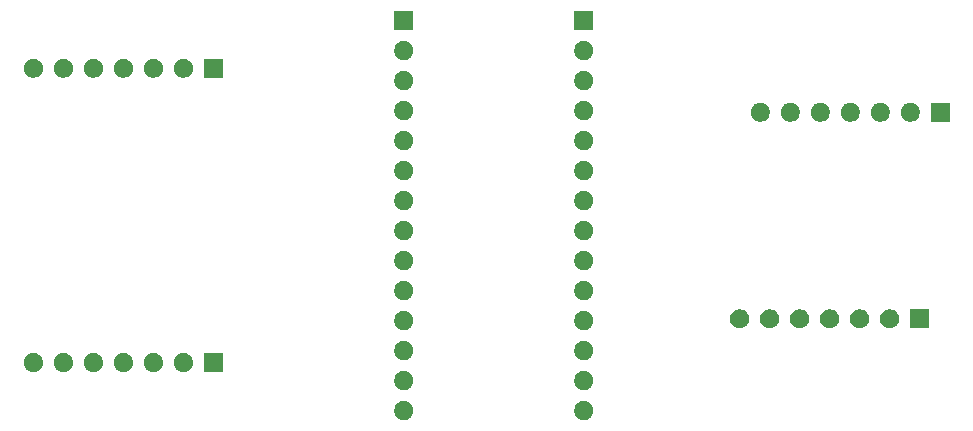
<source format=gbr>
G04 #@! TF.GenerationSoftware,KiCad,Pcbnew,5.1.4+dfsg1-1*
G04 #@! TF.CreationDate,2020-01-05T16:23:31-08:00*
G04 #@! TF.ProjectId,distance_meter_hardware,64697374-616e-4636-955f-6d657465725f,rev?*
G04 #@! TF.SameCoordinates,Original*
G04 #@! TF.FileFunction,Soldermask,Top*
G04 #@! TF.FilePolarity,Negative*
%FSLAX46Y46*%
G04 Gerber Fmt 4.6, Leading zero omitted, Abs format (unit mm)*
G04 Created by KiCad (PCBNEW 5.1.4+dfsg1-1) date 2020-01-05 16:23:31*
%MOMM*%
%LPD*%
G04 APERTURE LIST*
%ADD10C,0.100000*%
G04 APERTURE END LIST*
D10*
G36*
X116946560Y-84500166D02*
G01*
X117094153Y-84561301D01*
X117226982Y-84650055D01*
X117339945Y-84763018D01*
X117428699Y-84895847D01*
X117489834Y-85043440D01*
X117521000Y-85200123D01*
X117521000Y-85359877D01*
X117489834Y-85516560D01*
X117428699Y-85664153D01*
X117339945Y-85796982D01*
X117226982Y-85909945D01*
X117094153Y-85998699D01*
X117094152Y-85998700D01*
X117094151Y-85998700D01*
X116946560Y-86059834D01*
X116789878Y-86091000D01*
X116630122Y-86091000D01*
X116473440Y-86059834D01*
X116325849Y-85998700D01*
X116325848Y-85998700D01*
X116325847Y-85998699D01*
X116193018Y-85909945D01*
X116080055Y-85796982D01*
X115991301Y-85664153D01*
X115930166Y-85516560D01*
X115899000Y-85359877D01*
X115899000Y-85200123D01*
X115930166Y-85043440D01*
X115991301Y-84895847D01*
X116080055Y-84763018D01*
X116193018Y-84650055D01*
X116325847Y-84561301D01*
X116473440Y-84500166D01*
X116630122Y-84469000D01*
X116789878Y-84469000D01*
X116946560Y-84500166D01*
X116946560Y-84500166D01*
G37*
G36*
X101706560Y-84500166D02*
G01*
X101854153Y-84561301D01*
X101986982Y-84650055D01*
X102099945Y-84763018D01*
X102188699Y-84895847D01*
X102249834Y-85043440D01*
X102281000Y-85200123D01*
X102281000Y-85359877D01*
X102249834Y-85516560D01*
X102188699Y-85664153D01*
X102099945Y-85796982D01*
X101986982Y-85909945D01*
X101854153Y-85998699D01*
X101854152Y-85998700D01*
X101854151Y-85998700D01*
X101706560Y-86059834D01*
X101549878Y-86091000D01*
X101390122Y-86091000D01*
X101233440Y-86059834D01*
X101085849Y-85998700D01*
X101085848Y-85998700D01*
X101085847Y-85998699D01*
X100953018Y-85909945D01*
X100840055Y-85796982D01*
X100751301Y-85664153D01*
X100690166Y-85516560D01*
X100659000Y-85359877D01*
X100659000Y-85200123D01*
X100690166Y-85043440D01*
X100751301Y-84895847D01*
X100840055Y-84763018D01*
X100953018Y-84650055D01*
X101085847Y-84561301D01*
X101233440Y-84500166D01*
X101390122Y-84469000D01*
X101549878Y-84469000D01*
X101706560Y-84500166D01*
X101706560Y-84500166D01*
G37*
G36*
X101706560Y-81960166D02*
G01*
X101853427Y-82021000D01*
X101854153Y-82021301D01*
X101986982Y-82110055D01*
X102099945Y-82223018D01*
X102188699Y-82355847D01*
X102249834Y-82503440D01*
X102281000Y-82660123D01*
X102281000Y-82819877D01*
X102249834Y-82976560D01*
X102188699Y-83124153D01*
X102099945Y-83256982D01*
X101986982Y-83369945D01*
X101854153Y-83458699D01*
X101854152Y-83458700D01*
X101854151Y-83458700D01*
X101706560Y-83519834D01*
X101549878Y-83551000D01*
X101390122Y-83551000D01*
X101233440Y-83519834D01*
X101085849Y-83458700D01*
X101085848Y-83458700D01*
X101085847Y-83458699D01*
X100953018Y-83369945D01*
X100840055Y-83256982D01*
X100751301Y-83124153D01*
X100690166Y-82976560D01*
X100659000Y-82819877D01*
X100659000Y-82660123D01*
X100690166Y-82503440D01*
X100751301Y-82355847D01*
X100840055Y-82223018D01*
X100953018Y-82110055D01*
X101085847Y-82021301D01*
X101086574Y-82021000D01*
X101233440Y-81960166D01*
X101390122Y-81929000D01*
X101549878Y-81929000D01*
X101706560Y-81960166D01*
X101706560Y-81960166D01*
G37*
G36*
X116946560Y-81960166D02*
G01*
X117093427Y-82021000D01*
X117094153Y-82021301D01*
X117226982Y-82110055D01*
X117339945Y-82223018D01*
X117428699Y-82355847D01*
X117489834Y-82503440D01*
X117521000Y-82660123D01*
X117521000Y-82819877D01*
X117489834Y-82976560D01*
X117428699Y-83124153D01*
X117339945Y-83256982D01*
X117226982Y-83369945D01*
X117094153Y-83458699D01*
X117094152Y-83458700D01*
X117094151Y-83458700D01*
X116946560Y-83519834D01*
X116789878Y-83551000D01*
X116630122Y-83551000D01*
X116473440Y-83519834D01*
X116325849Y-83458700D01*
X116325848Y-83458700D01*
X116325847Y-83458699D01*
X116193018Y-83369945D01*
X116080055Y-83256982D01*
X115991301Y-83124153D01*
X115930166Y-82976560D01*
X115899000Y-82819877D01*
X115899000Y-82660123D01*
X115930166Y-82503440D01*
X115991301Y-82355847D01*
X116080055Y-82223018D01*
X116193018Y-82110055D01*
X116325847Y-82021301D01*
X116326574Y-82021000D01*
X116473440Y-81960166D01*
X116630122Y-81929000D01*
X116789878Y-81929000D01*
X116946560Y-81960166D01*
X116946560Y-81960166D01*
G37*
G36*
X70346560Y-80430166D02*
G01*
X70361997Y-80436560D01*
X70494153Y-80491301D01*
X70626982Y-80580055D01*
X70739945Y-80693018D01*
X70828700Y-80825849D01*
X70867160Y-80918699D01*
X70889834Y-80973440D01*
X70921000Y-81130123D01*
X70921000Y-81289877D01*
X70889834Y-81446560D01*
X70828699Y-81594153D01*
X70739945Y-81726982D01*
X70626982Y-81839945D01*
X70494153Y-81928699D01*
X70494152Y-81928700D01*
X70494151Y-81928700D01*
X70346560Y-81989834D01*
X70189878Y-82021000D01*
X70030122Y-82021000D01*
X69873440Y-81989834D01*
X69725849Y-81928700D01*
X69725848Y-81928700D01*
X69725847Y-81928699D01*
X69593018Y-81839945D01*
X69480055Y-81726982D01*
X69391301Y-81594153D01*
X69330166Y-81446560D01*
X69299000Y-81289877D01*
X69299000Y-81130123D01*
X69330166Y-80973440D01*
X69352840Y-80918699D01*
X69391300Y-80825849D01*
X69480055Y-80693018D01*
X69593018Y-80580055D01*
X69725847Y-80491301D01*
X69858004Y-80436560D01*
X69873440Y-80430166D01*
X70030122Y-80399000D01*
X70189878Y-80399000D01*
X70346560Y-80430166D01*
X70346560Y-80430166D01*
G37*
G36*
X72886560Y-80430166D02*
G01*
X72901997Y-80436560D01*
X73034153Y-80491301D01*
X73166982Y-80580055D01*
X73279945Y-80693018D01*
X73368700Y-80825849D01*
X73407160Y-80918699D01*
X73429834Y-80973440D01*
X73461000Y-81130123D01*
X73461000Y-81289877D01*
X73429834Y-81446560D01*
X73368699Y-81594153D01*
X73279945Y-81726982D01*
X73166982Y-81839945D01*
X73034153Y-81928699D01*
X73034152Y-81928700D01*
X73034151Y-81928700D01*
X72886560Y-81989834D01*
X72729878Y-82021000D01*
X72570122Y-82021000D01*
X72413440Y-81989834D01*
X72265849Y-81928700D01*
X72265848Y-81928700D01*
X72265847Y-81928699D01*
X72133018Y-81839945D01*
X72020055Y-81726982D01*
X71931301Y-81594153D01*
X71870166Y-81446560D01*
X71839000Y-81289877D01*
X71839000Y-81130123D01*
X71870166Y-80973440D01*
X71892840Y-80918699D01*
X71931300Y-80825849D01*
X72020055Y-80693018D01*
X72133018Y-80580055D01*
X72265847Y-80491301D01*
X72398004Y-80436560D01*
X72413440Y-80430166D01*
X72570122Y-80399000D01*
X72729878Y-80399000D01*
X72886560Y-80430166D01*
X72886560Y-80430166D01*
G37*
G36*
X75426560Y-80430166D02*
G01*
X75441997Y-80436560D01*
X75574153Y-80491301D01*
X75706982Y-80580055D01*
X75819945Y-80693018D01*
X75908700Y-80825849D01*
X75947160Y-80918699D01*
X75969834Y-80973440D01*
X76001000Y-81130123D01*
X76001000Y-81289877D01*
X75969834Y-81446560D01*
X75908699Y-81594153D01*
X75819945Y-81726982D01*
X75706982Y-81839945D01*
X75574153Y-81928699D01*
X75574152Y-81928700D01*
X75574151Y-81928700D01*
X75426560Y-81989834D01*
X75269878Y-82021000D01*
X75110122Y-82021000D01*
X74953440Y-81989834D01*
X74805849Y-81928700D01*
X74805848Y-81928700D01*
X74805847Y-81928699D01*
X74673018Y-81839945D01*
X74560055Y-81726982D01*
X74471301Y-81594153D01*
X74410166Y-81446560D01*
X74379000Y-81289877D01*
X74379000Y-81130123D01*
X74410166Y-80973440D01*
X74432840Y-80918699D01*
X74471300Y-80825849D01*
X74560055Y-80693018D01*
X74673018Y-80580055D01*
X74805847Y-80491301D01*
X74938004Y-80436560D01*
X74953440Y-80430166D01*
X75110122Y-80399000D01*
X75269878Y-80399000D01*
X75426560Y-80430166D01*
X75426560Y-80430166D01*
G37*
G36*
X77966560Y-80430166D02*
G01*
X77981997Y-80436560D01*
X78114153Y-80491301D01*
X78246982Y-80580055D01*
X78359945Y-80693018D01*
X78448700Y-80825849D01*
X78487160Y-80918699D01*
X78509834Y-80973440D01*
X78541000Y-81130123D01*
X78541000Y-81289877D01*
X78509834Y-81446560D01*
X78448699Y-81594153D01*
X78359945Y-81726982D01*
X78246982Y-81839945D01*
X78114153Y-81928699D01*
X78114152Y-81928700D01*
X78114151Y-81928700D01*
X77966560Y-81989834D01*
X77809878Y-82021000D01*
X77650122Y-82021000D01*
X77493440Y-81989834D01*
X77345849Y-81928700D01*
X77345848Y-81928700D01*
X77345847Y-81928699D01*
X77213018Y-81839945D01*
X77100055Y-81726982D01*
X77011301Y-81594153D01*
X76950166Y-81446560D01*
X76919000Y-81289877D01*
X76919000Y-81130123D01*
X76950166Y-80973440D01*
X76972840Y-80918699D01*
X77011300Y-80825849D01*
X77100055Y-80693018D01*
X77213018Y-80580055D01*
X77345847Y-80491301D01*
X77478004Y-80436560D01*
X77493440Y-80430166D01*
X77650122Y-80399000D01*
X77809878Y-80399000D01*
X77966560Y-80430166D01*
X77966560Y-80430166D01*
G37*
G36*
X80506560Y-80430166D02*
G01*
X80521997Y-80436560D01*
X80654153Y-80491301D01*
X80786982Y-80580055D01*
X80899945Y-80693018D01*
X80988700Y-80825849D01*
X81027160Y-80918699D01*
X81049834Y-80973440D01*
X81081000Y-81130123D01*
X81081000Y-81289877D01*
X81049834Y-81446560D01*
X80988699Y-81594153D01*
X80899945Y-81726982D01*
X80786982Y-81839945D01*
X80654153Y-81928699D01*
X80654152Y-81928700D01*
X80654151Y-81928700D01*
X80506560Y-81989834D01*
X80349878Y-82021000D01*
X80190122Y-82021000D01*
X80033440Y-81989834D01*
X79885849Y-81928700D01*
X79885848Y-81928700D01*
X79885847Y-81928699D01*
X79753018Y-81839945D01*
X79640055Y-81726982D01*
X79551301Y-81594153D01*
X79490166Y-81446560D01*
X79459000Y-81289877D01*
X79459000Y-81130123D01*
X79490166Y-80973440D01*
X79512840Y-80918699D01*
X79551300Y-80825849D01*
X79640055Y-80693018D01*
X79753018Y-80580055D01*
X79885847Y-80491301D01*
X80018004Y-80436560D01*
X80033440Y-80430166D01*
X80190122Y-80399000D01*
X80349878Y-80399000D01*
X80506560Y-80430166D01*
X80506560Y-80430166D01*
G37*
G36*
X83046560Y-80430166D02*
G01*
X83061997Y-80436560D01*
X83194153Y-80491301D01*
X83326982Y-80580055D01*
X83439945Y-80693018D01*
X83528700Y-80825849D01*
X83567160Y-80918699D01*
X83589834Y-80973440D01*
X83621000Y-81130123D01*
X83621000Y-81289877D01*
X83589834Y-81446560D01*
X83528699Y-81594153D01*
X83439945Y-81726982D01*
X83326982Y-81839945D01*
X83194153Y-81928699D01*
X83194152Y-81928700D01*
X83194151Y-81928700D01*
X83046560Y-81989834D01*
X82889878Y-82021000D01*
X82730122Y-82021000D01*
X82573440Y-81989834D01*
X82425849Y-81928700D01*
X82425848Y-81928700D01*
X82425847Y-81928699D01*
X82293018Y-81839945D01*
X82180055Y-81726982D01*
X82091301Y-81594153D01*
X82030166Y-81446560D01*
X81999000Y-81289877D01*
X81999000Y-81130123D01*
X82030166Y-80973440D01*
X82052840Y-80918699D01*
X82091300Y-80825849D01*
X82180055Y-80693018D01*
X82293018Y-80580055D01*
X82425847Y-80491301D01*
X82558004Y-80436560D01*
X82573440Y-80430166D01*
X82730122Y-80399000D01*
X82889878Y-80399000D01*
X83046560Y-80430166D01*
X83046560Y-80430166D01*
G37*
G36*
X86161000Y-82021000D02*
G01*
X84539000Y-82021000D01*
X84539000Y-80399000D01*
X86161000Y-80399000D01*
X86161000Y-82021000D01*
X86161000Y-82021000D01*
G37*
G36*
X116946560Y-79420166D02*
G01*
X117094153Y-79481301D01*
X117226982Y-79570055D01*
X117339945Y-79683018D01*
X117428700Y-79815849D01*
X117489834Y-79963440D01*
X117521000Y-80120122D01*
X117521000Y-80279878D01*
X117489834Y-80436560D01*
X117430397Y-80580055D01*
X117428699Y-80584153D01*
X117339945Y-80716982D01*
X117226982Y-80829945D01*
X117094153Y-80918699D01*
X117094152Y-80918700D01*
X117094151Y-80918700D01*
X116946560Y-80979834D01*
X116789878Y-81011000D01*
X116630122Y-81011000D01*
X116473440Y-80979834D01*
X116325849Y-80918700D01*
X116325848Y-80918700D01*
X116325847Y-80918699D01*
X116193018Y-80829945D01*
X116080055Y-80716982D01*
X115991301Y-80584153D01*
X115989604Y-80580055D01*
X115930166Y-80436560D01*
X115899000Y-80279878D01*
X115899000Y-80120122D01*
X115930166Y-79963440D01*
X115991300Y-79815849D01*
X116080055Y-79683018D01*
X116193018Y-79570055D01*
X116325847Y-79481301D01*
X116473440Y-79420166D01*
X116630122Y-79389000D01*
X116789878Y-79389000D01*
X116946560Y-79420166D01*
X116946560Y-79420166D01*
G37*
G36*
X101706560Y-79420166D02*
G01*
X101854153Y-79481301D01*
X101986982Y-79570055D01*
X102099945Y-79683018D01*
X102188700Y-79815849D01*
X102249834Y-79963440D01*
X102281000Y-80120122D01*
X102281000Y-80279878D01*
X102249834Y-80436560D01*
X102190397Y-80580055D01*
X102188699Y-80584153D01*
X102099945Y-80716982D01*
X101986982Y-80829945D01*
X101854153Y-80918699D01*
X101854152Y-80918700D01*
X101854151Y-80918700D01*
X101706560Y-80979834D01*
X101549878Y-81011000D01*
X101390122Y-81011000D01*
X101233440Y-80979834D01*
X101085849Y-80918700D01*
X101085848Y-80918700D01*
X101085847Y-80918699D01*
X100953018Y-80829945D01*
X100840055Y-80716982D01*
X100751301Y-80584153D01*
X100749604Y-80580055D01*
X100690166Y-80436560D01*
X100659000Y-80279878D01*
X100659000Y-80120122D01*
X100690166Y-79963440D01*
X100751300Y-79815849D01*
X100840055Y-79683018D01*
X100953018Y-79570055D01*
X101085847Y-79481301D01*
X101233440Y-79420166D01*
X101390122Y-79389000D01*
X101549878Y-79389000D01*
X101706560Y-79420166D01*
X101706560Y-79420166D01*
G37*
G36*
X116946560Y-76880166D02*
G01*
X117094153Y-76941301D01*
X117226982Y-77030055D01*
X117339945Y-77143018D01*
X117428699Y-77275847D01*
X117489834Y-77423440D01*
X117521000Y-77580123D01*
X117521000Y-77739877D01*
X117489834Y-77896560D01*
X117428699Y-78044153D01*
X117339945Y-78176982D01*
X117226982Y-78289945D01*
X117094153Y-78378699D01*
X117094152Y-78378700D01*
X117094151Y-78378700D01*
X116946560Y-78439834D01*
X116789878Y-78471000D01*
X116630122Y-78471000D01*
X116473440Y-78439834D01*
X116325849Y-78378700D01*
X116325848Y-78378700D01*
X116325847Y-78378699D01*
X116193018Y-78289945D01*
X116080055Y-78176982D01*
X115991301Y-78044153D01*
X115930166Y-77896560D01*
X115899000Y-77739877D01*
X115899000Y-77580123D01*
X115930166Y-77423440D01*
X115991301Y-77275847D01*
X116080055Y-77143018D01*
X116193018Y-77030055D01*
X116325847Y-76941301D01*
X116473440Y-76880166D01*
X116630122Y-76849000D01*
X116789878Y-76849000D01*
X116946560Y-76880166D01*
X116946560Y-76880166D01*
G37*
G36*
X101706560Y-76880166D02*
G01*
X101854153Y-76941301D01*
X101986982Y-77030055D01*
X102099945Y-77143018D01*
X102188699Y-77275847D01*
X102249834Y-77423440D01*
X102281000Y-77580123D01*
X102281000Y-77739877D01*
X102249834Y-77896560D01*
X102188699Y-78044153D01*
X102099945Y-78176982D01*
X101986982Y-78289945D01*
X101854153Y-78378699D01*
X101854152Y-78378700D01*
X101854151Y-78378700D01*
X101706560Y-78439834D01*
X101549878Y-78471000D01*
X101390122Y-78471000D01*
X101233440Y-78439834D01*
X101085849Y-78378700D01*
X101085848Y-78378700D01*
X101085847Y-78378699D01*
X100953018Y-78289945D01*
X100840055Y-78176982D01*
X100751301Y-78044153D01*
X100690166Y-77896560D01*
X100659000Y-77739877D01*
X100659000Y-77580123D01*
X100690166Y-77423440D01*
X100751301Y-77275847D01*
X100840055Y-77143018D01*
X100953018Y-77030055D01*
X101085847Y-76941301D01*
X101233440Y-76880166D01*
X101390122Y-76849000D01*
X101549878Y-76849000D01*
X101706560Y-76880166D01*
X101706560Y-76880166D01*
G37*
G36*
X145961000Y-78331005D02*
G01*
X144339000Y-78331005D01*
X144339000Y-76709005D01*
X145961000Y-76709005D01*
X145961000Y-78331005D01*
X145961000Y-78331005D01*
G37*
G36*
X142846560Y-76740171D02*
G01*
X142994153Y-76801306D01*
X143126982Y-76890060D01*
X143239945Y-77003023D01*
X143328699Y-77135852D01*
X143389834Y-77283445D01*
X143421000Y-77440128D01*
X143421000Y-77599882D01*
X143389834Y-77756565D01*
X143328699Y-77904158D01*
X143239945Y-78036987D01*
X143126982Y-78149950D01*
X142994153Y-78238704D01*
X142994152Y-78238705D01*
X142994151Y-78238705D01*
X142846560Y-78299839D01*
X142689878Y-78331005D01*
X142530122Y-78331005D01*
X142373440Y-78299839D01*
X142225849Y-78238705D01*
X142225848Y-78238705D01*
X142225847Y-78238704D01*
X142093018Y-78149950D01*
X141980055Y-78036987D01*
X141891301Y-77904158D01*
X141830166Y-77756565D01*
X141799000Y-77599882D01*
X141799000Y-77440128D01*
X141830166Y-77283445D01*
X141891301Y-77135852D01*
X141980055Y-77003023D01*
X142093018Y-76890060D01*
X142225847Y-76801306D01*
X142373440Y-76740171D01*
X142530122Y-76709005D01*
X142689878Y-76709005D01*
X142846560Y-76740171D01*
X142846560Y-76740171D01*
G37*
G36*
X140306560Y-76740171D02*
G01*
X140454153Y-76801306D01*
X140586982Y-76890060D01*
X140699945Y-77003023D01*
X140788699Y-77135852D01*
X140849834Y-77283445D01*
X140881000Y-77440128D01*
X140881000Y-77599882D01*
X140849834Y-77756565D01*
X140788699Y-77904158D01*
X140699945Y-78036987D01*
X140586982Y-78149950D01*
X140454153Y-78238704D01*
X140454152Y-78238705D01*
X140454151Y-78238705D01*
X140306560Y-78299839D01*
X140149878Y-78331005D01*
X139990122Y-78331005D01*
X139833440Y-78299839D01*
X139685849Y-78238705D01*
X139685848Y-78238705D01*
X139685847Y-78238704D01*
X139553018Y-78149950D01*
X139440055Y-78036987D01*
X139351301Y-77904158D01*
X139290166Y-77756565D01*
X139259000Y-77599882D01*
X139259000Y-77440128D01*
X139290166Y-77283445D01*
X139351301Y-77135852D01*
X139440055Y-77003023D01*
X139553018Y-76890060D01*
X139685847Y-76801306D01*
X139833440Y-76740171D01*
X139990122Y-76709005D01*
X140149878Y-76709005D01*
X140306560Y-76740171D01*
X140306560Y-76740171D01*
G37*
G36*
X137766560Y-76740171D02*
G01*
X137914153Y-76801306D01*
X138046982Y-76890060D01*
X138159945Y-77003023D01*
X138248699Y-77135852D01*
X138309834Y-77283445D01*
X138341000Y-77440128D01*
X138341000Y-77599882D01*
X138309834Y-77756565D01*
X138248699Y-77904158D01*
X138159945Y-78036987D01*
X138046982Y-78149950D01*
X137914153Y-78238704D01*
X137914152Y-78238705D01*
X137914151Y-78238705D01*
X137766560Y-78299839D01*
X137609878Y-78331005D01*
X137450122Y-78331005D01*
X137293440Y-78299839D01*
X137145849Y-78238705D01*
X137145848Y-78238705D01*
X137145847Y-78238704D01*
X137013018Y-78149950D01*
X136900055Y-78036987D01*
X136811301Y-77904158D01*
X136750166Y-77756565D01*
X136719000Y-77599882D01*
X136719000Y-77440128D01*
X136750166Y-77283445D01*
X136811301Y-77135852D01*
X136900055Y-77003023D01*
X137013018Y-76890060D01*
X137145847Y-76801306D01*
X137293440Y-76740171D01*
X137450122Y-76709005D01*
X137609878Y-76709005D01*
X137766560Y-76740171D01*
X137766560Y-76740171D01*
G37*
G36*
X135226560Y-76740171D02*
G01*
X135374153Y-76801306D01*
X135506982Y-76890060D01*
X135619945Y-77003023D01*
X135708699Y-77135852D01*
X135769834Y-77283445D01*
X135801000Y-77440128D01*
X135801000Y-77599882D01*
X135769834Y-77756565D01*
X135708699Y-77904158D01*
X135619945Y-78036987D01*
X135506982Y-78149950D01*
X135374153Y-78238704D01*
X135374152Y-78238705D01*
X135374151Y-78238705D01*
X135226560Y-78299839D01*
X135069878Y-78331005D01*
X134910122Y-78331005D01*
X134753440Y-78299839D01*
X134605849Y-78238705D01*
X134605848Y-78238705D01*
X134605847Y-78238704D01*
X134473018Y-78149950D01*
X134360055Y-78036987D01*
X134271301Y-77904158D01*
X134210166Y-77756565D01*
X134179000Y-77599882D01*
X134179000Y-77440128D01*
X134210166Y-77283445D01*
X134271301Y-77135852D01*
X134360055Y-77003023D01*
X134473018Y-76890060D01*
X134605847Y-76801306D01*
X134753440Y-76740171D01*
X134910122Y-76709005D01*
X135069878Y-76709005D01*
X135226560Y-76740171D01*
X135226560Y-76740171D01*
G37*
G36*
X132686560Y-76740171D02*
G01*
X132834153Y-76801306D01*
X132966982Y-76890060D01*
X133079945Y-77003023D01*
X133168699Y-77135852D01*
X133229834Y-77283445D01*
X133261000Y-77440128D01*
X133261000Y-77599882D01*
X133229834Y-77756565D01*
X133168699Y-77904158D01*
X133079945Y-78036987D01*
X132966982Y-78149950D01*
X132834153Y-78238704D01*
X132834152Y-78238705D01*
X132834151Y-78238705D01*
X132686560Y-78299839D01*
X132529878Y-78331005D01*
X132370122Y-78331005D01*
X132213440Y-78299839D01*
X132065849Y-78238705D01*
X132065848Y-78238705D01*
X132065847Y-78238704D01*
X131933018Y-78149950D01*
X131820055Y-78036987D01*
X131731301Y-77904158D01*
X131670166Y-77756565D01*
X131639000Y-77599882D01*
X131639000Y-77440128D01*
X131670166Y-77283445D01*
X131731301Y-77135852D01*
X131820055Y-77003023D01*
X131933018Y-76890060D01*
X132065847Y-76801306D01*
X132213440Y-76740171D01*
X132370122Y-76709005D01*
X132529878Y-76709005D01*
X132686560Y-76740171D01*
X132686560Y-76740171D01*
G37*
G36*
X130146560Y-76740171D02*
G01*
X130294153Y-76801306D01*
X130426982Y-76890060D01*
X130539945Y-77003023D01*
X130628699Y-77135852D01*
X130689834Y-77283445D01*
X130721000Y-77440128D01*
X130721000Y-77599882D01*
X130689834Y-77756565D01*
X130628699Y-77904158D01*
X130539945Y-78036987D01*
X130426982Y-78149950D01*
X130294153Y-78238704D01*
X130294152Y-78238705D01*
X130294151Y-78238705D01*
X130146560Y-78299839D01*
X129989878Y-78331005D01*
X129830122Y-78331005D01*
X129673440Y-78299839D01*
X129525849Y-78238705D01*
X129525848Y-78238705D01*
X129525847Y-78238704D01*
X129393018Y-78149950D01*
X129280055Y-78036987D01*
X129191301Y-77904158D01*
X129130166Y-77756565D01*
X129099000Y-77599882D01*
X129099000Y-77440128D01*
X129130166Y-77283445D01*
X129191301Y-77135852D01*
X129280055Y-77003023D01*
X129393018Y-76890060D01*
X129525847Y-76801306D01*
X129673440Y-76740171D01*
X129830122Y-76709005D01*
X129989878Y-76709005D01*
X130146560Y-76740171D01*
X130146560Y-76740171D01*
G37*
G36*
X116946560Y-74340166D02*
G01*
X117094153Y-74401301D01*
X117226982Y-74490055D01*
X117339945Y-74603018D01*
X117428699Y-74735847D01*
X117489834Y-74883440D01*
X117521000Y-75040123D01*
X117521000Y-75199877D01*
X117489834Y-75356560D01*
X117428699Y-75504153D01*
X117339945Y-75636982D01*
X117226982Y-75749945D01*
X117094153Y-75838699D01*
X117094152Y-75838700D01*
X117094151Y-75838700D01*
X116946560Y-75899834D01*
X116789878Y-75931000D01*
X116630122Y-75931000D01*
X116473440Y-75899834D01*
X116325849Y-75838700D01*
X116325848Y-75838700D01*
X116325847Y-75838699D01*
X116193018Y-75749945D01*
X116080055Y-75636982D01*
X115991301Y-75504153D01*
X115930166Y-75356560D01*
X115899000Y-75199877D01*
X115899000Y-75040123D01*
X115930166Y-74883440D01*
X115991301Y-74735847D01*
X116080055Y-74603018D01*
X116193018Y-74490055D01*
X116325847Y-74401301D01*
X116473440Y-74340166D01*
X116630122Y-74309000D01*
X116789878Y-74309000D01*
X116946560Y-74340166D01*
X116946560Y-74340166D01*
G37*
G36*
X101706560Y-74340166D02*
G01*
X101854153Y-74401301D01*
X101986982Y-74490055D01*
X102099945Y-74603018D01*
X102188699Y-74735847D01*
X102249834Y-74883440D01*
X102281000Y-75040123D01*
X102281000Y-75199877D01*
X102249834Y-75356560D01*
X102188699Y-75504153D01*
X102099945Y-75636982D01*
X101986982Y-75749945D01*
X101854153Y-75838699D01*
X101854152Y-75838700D01*
X101854151Y-75838700D01*
X101706560Y-75899834D01*
X101549878Y-75931000D01*
X101390122Y-75931000D01*
X101233440Y-75899834D01*
X101085849Y-75838700D01*
X101085848Y-75838700D01*
X101085847Y-75838699D01*
X100953018Y-75749945D01*
X100840055Y-75636982D01*
X100751301Y-75504153D01*
X100690166Y-75356560D01*
X100659000Y-75199877D01*
X100659000Y-75040123D01*
X100690166Y-74883440D01*
X100751301Y-74735847D01*
X100840055Y-74603018D01*
X100953018Y-74490055D01*
X101085847Y-74401301D01*
X101233440Y-74340166D01*
X101390122Y-74309000D01*
X101549878Y-74309000D01*
X101706560Y-74340166D01*
X101706560Y-74340166D01*
G37*
G36*
X101706560Y-71800166D02*
G01*
X101854153Y-71861301D01*
X101986982Y-71950055D01*
X102099945Y-72063018D01*
X102188699Y-72195847D01*
X102249834Y-72343440D01*
X102281000Y-72500123D01*
X102281000Y-72659877D01*
X102249834Y-72816560D01*
X102188699Y-72964153D01*
X102099945Y-73096982D01*
X101986982Y-73209945D01*
X101854153Y-73298699D01*
X101854152Y-73298700D01*
X101854151Y-73298700D01*
X101706560Y-73359834D01*
X101549878Y-73391000D01*
X101390122Y-73391000D01*
X101233440Y-73359834D01*
X101085849Y-73298700D01*
X101085848Y-73298700D01*
X101085847Y-73298699D01*
X100953018Y-73209945D01*
X100840055Y-73096982D01*
X100751301Y-72964153D01*
X100690166Y-72816560D01*
X100659000Y-72659877D01*
X100659000Y-72500123D01*
X100690166Y-72343440D01*
X100751301Y-72195847D01*
X100840055Y-72063018D01*
X100953018Y-71950055D01*
X101085847Y-71861301D01*
X101233440Y-71800166D01*
X101390122Y-71769000D01*
X101549878Y-71769000D01*
X101706560Y-71800166D01*
X101706560Y-71800166D01*
G37*
G36*
X116946560Y-71800166D02*
G01*
X117094153Y-71861301D01*
X117226982Y-71950055D01*
X117339945Y-72063018D01*
X117428699Y-72195847D01*
X117489834Y-72343440D01*
X117521000Y-72500123D01*
X117521000Y-72659877D01*
X117489834Y-72816560D01*
X117428699Y-72964153D01*
X117339945Y-73096982D01*
X117226982Y-73209945D01*
X117094153Y-73298699D01*
X117094152Y-73298700D01*
X117094151Y-73298700D01*
X116946560Y-73359834D01*
X116789878Y-73391000D01*
X116630122Y-73391000D01*
X116473440Y-73359834D01*
X116325849Y-73298700D01*
X116325848Y-73298700D01*
X116325847Y-73298699D01*
X116193018Y-73209945D01*
X116080055Y-73096982D01*
X115991301Y-72964153D01*
X115930166Y-72816560D01*
X115899000Y-72659877D01*
X115899000Y-72500123D01*
X115930166Y-72343440D01*
X115991301Y-72195847D01*
X116080055Y-72063018D01*
X116193018Y-71950055D01*
X116325847Y-71861301D01*
X116473440Y-71800166D01*
X116630122Y-71769000D01*
X116789878Y-71769000D01*
X116946560Y-71800166D01*
X116946560Y-71800166D01*
G37*
G36*
X116946560Y-69260166D02*
G01*
X117094153Y-69321301D01*
X117226982Y-69410055D01*
X117339945Y-69523018D01*
X117428699Y-69655847D01*
X117489834Y-69803440D01*
X117521000Y-69960123D01*
X117521000Y-70119877D01*
X117489834Y-70276560D01*
X117428699Y-70424153D01*
X117339945Y-70556982D01*
X117226982Y-70669945D01*
X117094153Y-70758699D01*
X117094152Y-70758700D01*
X117094151Y-70758700D01*
X116946560Y-70819834D01*
X116789878Y-70851000D01*
X116630122Y-70851000D01*
X116473440Y-70819834D01*
X116325849Y-70758700D01*
X116325848Y-70758700D01*
X116325847Y-70758699D01*
X116193018Y-70669945D01*
X116080055Y-70556982D01*
X115991301Y-70424153D01*
X115930166Y-70276560D01*
X115899000Y-70119877D01*
X115899000Y-69960123D01*
X115930166Y-69803440D01*
X115991301Y-69655847D01*
X116080055Y-69523018D01*
X116193018Y-69410055D01*
X116325847Y-69321301D01*
X116473440Y-69260166D01*
X116630122Y-69229000D01*
X116789878Y-69229000D01*
X116946560Y-69260166D01*
X116946560Y-69260166D01*
G37*
G36*
X101706560Y-69260166D02*
G01*
X101854153Y-69321301D01*
X101986982Y-69410055D01*
X102099945Y-69523018D01*
X102188699Y-69655847D01*
X102249834Y-69803440D01*
X102281000Y-69960123D01*
X102281000Y-70119877D01*
X102249834Y-70276560D01*
X102188699Y-70424153D01*
X102099945Y-70556982D01*
X101986982Y-70669945D01*
X101854153Y-70758699D01*
X101854152Y-70758700D01*
X101854151Y-70758700D01*
X101706560Y-70819834D01*
X101549878Y-70851000D01*
X101390122Y-70851000D01*
X101233440Y-70819834D01*
X101085849Y-70758700D01*
X101085848Y-70758700D01*
X101085847Y-70758699D01*
X100953018Y-70669945D01*
X100840055Y-70556982D01*
X100751301Y-70424153D01*
X100690166Y-70276560D01*
X100659000Y-70119877D01*
X100659000Y-69960123D01*
X100690166Y-69803440D01*
X100751301Y-69655847D01*
X100840055Y-69523018D01*
X100953018Y-69410055D01*
X101085847Y-69321301D01*
X101233440Y-69260166D01*
X101390122Y-69229000D01*
X101549878Y-69229000D01*
X101706560Y-69260166D01*
X101706560Y-69260166D01*
G37*
G36*
X116946560Y-66720166D02*
G01*
X117094153Y-66781301D01*
X117226982Y-66870055D01*
X117339945Y-66983018D01*
X117428699Y-67115847D01*
X117489834Y-67263440D01*
X117521000Y-67420123D01*
X117521000Y-67579877D01*
X117489834Y-67736560D01*
X117428699Y-67884153D01*
X117339945Y-68016982D01*
X117226982Y-68129945D01*
X117094153Y-68218699D01*
X117094152Y-68218700D01*
X117094151Y-68218700D01*
X116946560Y-68279834D01*
X116789878Y-68311000D01*
X116630122Y-68311000D01*
X116473440Y-68279834D01*
X116325849Y-68218700D01*
X116325848Y-68218700D01*
X116325847Y-68218699D01*
X116193018Y-68129945D01*
X116080055Y-68016982D01*
X115991301Y-67884153D01*
X115930166Y-67736560D01*
X115899000Y-67579877D01*
X115899000Y-67420123D01*
X115930166Y-67263440D01*
X115991301Y-67115847D01*
X116080055Y-66983018D01*
X116193018Y-66870055D01*
X116325847Y-66781301D01*
X116473440Y-66720166D01*
X116630122Y-66689000D01*
X116789878Y-66689000D01*
X116946560Y-66720166D01*
X116946560Y-66720166D01*
G37*
G36*
X101706560Y-66720166D02*
G01*
X101854153Y-66781301D01*
X101986982Y-66870055D01*
X102099945Y-66983018D01*
X102188699Y-67115847D01*
X102249834Y-67263440D01*
X102281000Y-67420123D01*
X102281000Y-67579877D01*
X102249834Y-67736560D01*
X102188699Y-67884153D01*
X102099945Y-68016982D01*
X101986982Y-68129945D01*
X101854153Y-68218699D01*
X101854152Y-68218700D01*
X101854151Y-68218700D01*
X101706560Y-68279834D01*
X101549878Y-68311000D01*
X101390122Y-68311000D01*
X101233440Y-68279834D01*
X101085849Y-68218700D01*
X101085848Y-68218700D01*
X101085847Y-68218699D01*
X100953018Y-68129945D01*
X100840055Y-68016982D01*
X100751301Y-67884153D01*
X100690166Y-67736560D01*
X100659000Y-67579877D01*
X100659000Y-67420123D01*
X100690166Y-67263440D01*
X100751301Y-67115847D01*
X100840055Y-66983018D01*
X100953018Y-66870055D01*
X101085847Y-66781301D01*
X101233440Y-66720166D01*
X101390122Y-66689000D01*
X101549878Y-66689000D01*
X101706560Y-66720166D01*
X101706560Y-66720166D01*
G37*
G36*
X116946560Y-64180166D02*
G01*
X117094153Y-64241301D01*
X117226982Y-64330055D01*
X117339945Y-64443018D01*
X117428699Y-64575847D01*
X117489834Y-64723440D01*
X117521000Y-64880123D01*
X117521000Y-65039877D01*
X117489834Y-65196560D01*
X117428699Y-65344153D01*
X117339945Y-65476982D01*
X117226982Y-65589945D01*
X117094153Y-65678699D01*
X117094152Y-65678700D01*
X117094151Y-65678700D01*
X116946560Y-65739834D01*
X116789878Y-65771000D01*
X116630122Y-65771000D01*
X116473440Y-65739834D01*
X116325849Y-65678700D01*
X116325848Y-65678700D01*
X116325847Y-65678699D01*
X116193018Y-65589945D01*
X116080055Y-65476982D01*
X115991301Y-65344153D01*
X115930166Y-65196560D01*
X115899000Y-65039877D01*
X115899000Y-64880123D01*
X115930166Y-64723440D01*
X115991301Y-64575847D01*
X116080055Y-64443018D01*
X116193018Y-64330055D01*
X116325847Y-64241301D01*
X116473440Y-64180166D01*
X116630122Y-64149000D01*
X116789878Y-64149000D01*
X116946560Y-64180166D01*
X116946560Y-64180166D01*
G37*
G36*
X101706560Y-64180166D02*
G01*
X101854153Y-64241301D01*
X101986982Y-64330055D01*
X102099945Y-64443018D01*
X102188699Y-64575847D01*
X102249834Y-64723440D01*
X102281000Y-64880123D01*
X102281000Y-65039877D01*
X102249834Y-65196560D01*
X102188699Y-65344153D01*
X102099945Y-65476982D01*
X101986982Y-65589945D01*
X101854153Y-65678699D01*
X101854152Y-65678700D01*
X101854151Y-65678700D01*
X101706560Y-65739834D01*
X101549878Y-65771000D01*
X101390122Y-65771000D01*
X101233440Y-65739834D01*
X101085849Y-65678700D01*
X101085848Y-65678700D01*
X101085847Y-65678699D01*
X100953018Y-65589945D01*
X100840055Y-65476982D01*
X100751301Y-65344153D01*
X100690166Y-65196560D01*
X100659000Y-65039877D01*
X100659000Y-64880123D01*
X100690166Y-64723440D01*
X100751301Y-64575847D01*
X100840055Y-64443018D01*
X100953018Y-64330055D01*
X101085847Y-64241301D01*
X101233440Y-64180166D01*
X101390122Y-64149000D01*
X101549878Y-64149000D01*
X101706560Y-64180166D01*
X101706560Y-64180166D01*
G37*
G36*
X116946560Y-61640166D02*
G01*
X117094153Y-61701301D01*
X117226982Y-61790055D01*
X117339945Y-61903018D01*
X117428699Y-62035847D01*
X117489834Y-62183440D01*
X117521000Y-62340123D01*
X117521000Y-62499877D01*
X117489834Y-62656560D01*
X117428699Y-62804153D01*
X117339945Y-62936982D01*
X117226982Y-63049945D01*
X117094153Y-63138699D01*
X117094152Y-63138700D01*
X117094151Y-63138700D01*
X116946560Y-63199834D01*
X116789878Y-63231000D01*
X116630122Y-63231000D01*
X116473440Y-63199834D01*
X116325849Y-63138700D01*
X116325848Y-63138700D01*
X116325847Y-63138699D01*
X116193018Y-63049945D01*
X116080055Y-62936982D01*
X115991301Y-62804153D01*
X115930166Y-62656560D01*
X115899000Y-62499877D01*
X115899000Y-62340123D01*
X115930166Y-62183440D01*
X115991301Y-62035847D01*
X116080055Y-61903018D01*
X116193018Y-61790055D01*
X116325847Y-61701301D01*
X116473440Y-61640166D01*
X116630122Y-61609000D01*
X116789878Y-61609000D01*
X116946560Y-61640166D01*
X116946560Y-61640166D01*
G37*
G36*
X101706560Y-61640166D02*
G01*
X101854153Y-61701301D01*
X101986982Y-61790055D01*
X102099945Y-61903018D01*
X102188699Y-62035847D01*
X102249834Y-62183440D01*
X102281000Y-62340123D01*
X102281000Y-62499877D01*
X102249834Y-62656560D01*
X102188699Y-62804153D01*
X102099945Y-62936982D01*
X101986982Y-63049945D01*
X101854153Y-63138699D01*
X101854152Y-63138700D01*
X101854151Y-63138700D01*
X101706560Y-63199834D01*
X101549878Y-63231000D01*
X101390122Y-63231000D01*
X101233440Y-63199834D01*
X101085849Y-63138700D01*
X101085848Y-63138700D01*
X101085847Y-63138699D01*
X100953018Y-63049945D01*
X100840055Y-62936982D01*
X100751301Y-62804153D01*
X100690166Y-62656560D01*
X100659000Y-62499877D01*
X100659000Y-62340123D01*
X100690166Y-62183440D01*
X100751301Y-62035847D01*
X100840055Y-61903018D01*
X100953018Y-61790055D01*
X101085847Y-61701301D01*
X101233440Y-61640166D01*
X101390122Y-61609000D01*
X101549878Y-61609000D01*
X101706560Y-61640166D01*
X101706560Y-61640166D01*
G37*
G36*
X136956560Y-59240171D02*
G01*
X137104153Y-59301306D01*
X137196511Y-59363018D01*
X137236982Y-59390060D01*
X137349945Y-59503023D01*
X137438700Y-59635854D01*
X137499834Y-59783445D01*
X137531000Y-59940127D01*
X137531000Y-60099883D01*
X137499834Y-60256565D01*
X137441672Y-60396982D01*
X137438699Y-60404158D01*
X137349945Y-60536987D01*
X137236982Y-60649950D01*
X137104153Y-60738704D01*
X137104152Y-60738705D01*
X137104151Y-60738705D01*
X136956560Y-60799839D01*
X136799878Y-60831005D01*
X136640122Y-60831005D01*
X136483440Y-60799839D01*
X136335849Y-60738705D01*
X136335848Y-60738705D01*
X136335847Y-60738704D01*
X136203018Y-60649950D01*
X136090055Y-60536987D01*
X136001301Y-60404158D01*
X135998329Y-60396982D01*
X135940166Y-60256565D01*
X135909000Y-60099883D01*
X135909000Y-59940127D01*
X135940166Y-59783445D01*
X136001300Y-59635854D01*
X136090055Y-59503023D01*
X136203018Y-59390060D01*
X136243489Y-59363018D01*
X136335847Y-59301306D01*
X136483440Y-59240171D01*
X136640122Y-59209005D01*
X136799878Y-59209005D01*
X136956560Y-59240171D01*
X136956560Y-59240171D01*
G37*
G36*
X134416560Y-59240171D02*
G01*
X134564153Y-59301306D01*
X134656511Y-59363018D01*
X134696982Y-59390060D01*
X134809945Y-59503023D01*
X134898700Y-59635854D01*
X134959834Y-59783445D01*
X134991000Y-59940127D01*
X134991000Y-60099883D01*
X134959834Y-60256565D01*
X134901672Y-60396982D01*
X134898699Y-60404158D01*
X134809945Y-60536987D01*
X134696982Y-60649950D01*
X134564153Y-60738704D01*
X134564152Y-60738705D01*
X134564151Y-60738705D01*
X134416560Y-60799839D01*
X134259878Y-60831005D01*
X134100122Y-60831005D01*
X133943440Y-60799839D01*
X133795849Y-60738705D01*
X133795848Y-60738705D01*
X133795847Y-60738704D01*
X133663018Y-60649950D01*
X133550055Y-60536987D01*
X133461301Y-60404158D01*
X133458329Y-60396982D01*
X133400166Y-60256565D01*
X133369000Y-60099883D01*
X133369000Y-59940127D01*
X133400166Y-59783445D01*
X133461300Y-59635854D01*
X133550055Y-59503023D01*
X133663018Y-59390060D01*
X133703489Y-59363018D01*
X133795847Y-59301306D01*
X133943440Y-59240171D01*
X134100122Y-59209005D01*
X134259878Y-59209005D01*
X134416560Y-59240171D01*
X134416560Y-59240171D01*
G37*
G36*
X144576560Y-59240171D02*
G01*
X144724153Y-59301306D01*
X144816511Y-59363018D01*
X144856982Y-59390060D01*
X144969945Y-59503023D01*
X145058700Y-59635854D01*
X145119834Y-59783445D01*
X145151000Y-59940127D01*
X145151000Y-60099883D01*
X145119834Y-60256565D01*
X145061672Y-60396982D01*
X145058699Y-60404158D01*
X144969945Y-60536987D01*
X144856982Y-60649950D01*
X144724153Y-60738704D01*
X144724152Y-60738705D01*
X144724151Y-60738705D01*
X144576560Y-60799839D01*
X144419878Y-60831005D01*
X144260122Y-60831005D01*
X144103440Y-60799839D01*
X143955849Y-60738705D01*
X143955848Y-60738705D01*
X143955847Y-60738704D01*
X143823018Y-60649950D01*
X143710055Y-60536987D01*
X143621301Y-60404158D01*
X143618329Y-60396982D01*
X143560166Y-60256565D01*
X143529000Y-60099883D01*
X143529000Y-59940127D01*
X143560166Y-59783445D01*
X143621300Y-59635854D01*
X143710055Y-59503023D01*
X143823018Y-59390060D01*
X143863489Y-59363018D01*
X143955847Y-59301306D01*
X144103440Y-59240171D01*
X144260122Y-59209005D01*
X144419878Y-59209005D01*
X144576560Y-59240171D01*
X144576560Y-59240171D01*
G37*
G36*
X142036560Y-59240171D02*
G01*
X142184153Y-59301306D01*
X142276511Y-59363018D01*
X142316982Y-59390060D01*
X142429945Y-59503023D01*
X142518700Y-59635854D01*
X142579834Y-59783445D01*
X142611000Y-59940127D01*
X142611000Y-60099883D01*
X142579834Y-60256565D01*
X142521672Y-60396982D01*
X142518699Y-60404158D01*
X142429945Y-60536987D01*
X142316982Y-60649950D01*
X142184153Y-60738704D01*
X142184152Y-60738705D01*
X142184151Y-60738705D01*
X142036560Y-60799839D01*
X141879878Y-60831005D01*
X141720122Y-60831005D01*
X141563440Y-60799839D01*
X141415849Y-60738705D01*
X141415848Y-60738705D01*
X141415847Y-60738704D01*
X141283018Y-60649950D01*
X141170055Y-60536987D01*
X141081301Y-60404158D01*
X141078329Y-60396982D01*
X141020166Y-60256565D01*
X140989000Y-60099883D01*
X140989000Y-59940127D01*
X141020166Y-59783445D01*
X141081300Y-59635854D01*
X141170055Y-59503023D01*
X141283018Y-59390060D01*
X141323489Y-59363018D01*
X141415847Y-59301306D01*
X141563440Y-59240171D01*
X141720122Y-59209005D01*
X141879878Y-59209005D01*
X142036560Y-59240171D01*
X142036560Y-59240171D01*
G37*
G36*
X139496560Y-59240171D02*
G01*
X139644153Y-59301306D01*
X139736511Y-59363018D01*
X139776982Y-59390060D01*
X139889945Y-59503023D01*
X139978700Y-59635854D01*
X140039834Y-59783445D01*
X140071000Y-59940127D01*
X140071000Y-60099883D01*
X140039834Y-60256565D01*
X139981672Y-60396982D01*
X139978699Y-60404158D01*
X139889945Y-60536987D01*
X139776982Y-60649950D01*
X139644153Y-60738704D01*
X139644152Y-60738705D01*
X139644151Y-60738705D01*
X139496560Y-60799839D01*
X139339878Y-60831005D01*
X139180122Y-60831005D01*
X139023440Y-60799839D01*
X138875849Y-60738705D01*
X138875848Y-60738705D01*
X138875847Y-60738704D01*
X138743018Y-60649950D01*
X138630055Y-60536987D01*
X138541301Y-60404158D01*
X138538329Y-60396982D01*
X138480166Y-60256565D01*
X138449000Y-60099883D01*
X138449000Y-59940127D01*
X138480166Y-59783445D01*
X138541300Y-59635854D01*
X138630055Y-59503023D01*
X138743018Y-59390060D01*
X138783489Y-59363018D01*
X138875847Y-59301306D01*
X139023440Y-59240171D01*
X139180122Y-59209005D01*
X139339878Y-59209005D01*
X139496560Y-59240171D01*
X139496560Y-59240171D01*
G37*
G36*
X131876560Y-59240171D02*
G01*
X132024153Y-59301306D01*
X132116511Y-59363018D01*
X132156982Y-59390060D01*
X132269945Y-59503023D01*
X132358700Y-59635854D01*
X132419834Y-59783445D01*
X132451000Y-59940127D01*
X132451000Y-60099883D01*
X132419834Y-60256565D01*
X132361672Y-60396982D01*
X132358699Y-60404158D01*
X132269945Y-60536987D01*
X132156982Y-60649950D01*
X132024153Y-60738704D01*
X132024152Y-60738705D01*
X132024151Y-60738705D01*
X131876560Y-60799839D01*
X131719878Y-60831005D01*
X131560122Y-60831005D01*
X131403440Y-60799839D01*
X131255849Y-60738705D01*
X131255848Y-60738705D01*
X131255847Y-60738704D01*
X131123018Y-60649950D01*
X131010055Y-60536987D01*
X130921301Y-60404158D01*
X130918329Y-60396982D01*
X130860166Y-60256565D01*
X130829000Y-60099883D01*
X130829000Y-59940127D01*
X130860166Y-59783445D01*
X130921300Y-59635854D01*
X131010055Y-59503023D01*
X131123018Y-59390060D01*
X131163489Y-59363018D01*
X131255847Y-59301306D01*
X131403440Y-59240171D01*
X131560122Y-59209005D01*
X131719878Y-59209005D01*
X131876560Y-59240171D01*
X131876560Y-59240171D01*
G37*
G36*
X147691000Y-60831005D02*
G01*
X146069000Y-60831005D01*
X146069000Y-59209005D01*
X147691000Y-59209005D01*
X147691000Y-60831005D01*
X147691000Y-60831005D01*
G37*
G36*
X101706560Y-59100166D02*
G01*
X101854153Y-59161301D01*
X101972190Y-59240171D01*
X101986982Y-59250055D01*
X102099945Y-59363018D01*
X102188700Y-59495849D01*
X102246691Y-59635852D01*
X102249834Y-59643440D01*
X102281000Y-59800123D01*
X102281000Y-59959877D01*
X102249834Y-60116560D01*
X102188699Y-60264153D01*
X102099945Y-60396982D01*
X101986982Y-60509945D01*
X101854153Y-60598699D01*
X101854152Y-60598700D01*
X101854151Y-60598700D01*
X101706560Y-60659834D01*
X101549878Y-60691000D01*
X101390122Y-60691000D01*
X101233440Y-60659834D01*
X101085849Y-60598700D01*
X101085848Y-60598700D01*
X101085847Y-60598699D01*
X100953018Y-60509945D01*
X100840055Y-60396982D01*
X100751301Y-60264153D01*
X100690166Y-60116560D01*
X100659000Y-59959877D01*
X100659000Y-59800123D01*
X100690166Y-59643440D01*
X100693309Y-59635852D01*
X100751300Y-59495849D01*
X100840055Y-59363018D01*
X100953018Y-59250055D01*
X100967810Y-59240171D01*
X101085847Y-59161301D01*
X101233440Y-59100166D01*
X101390122Y-59069000D01*
X101549878Y-59069000D01*
X101706560Y-59100166D01*
X101706560Y-59100166D01*
G37*
G36*
X116946560Y-59100166D02*
G01*
X117094153Y-59161301D01*
X117212190Y-59240171D01*
X117226982Y-59250055D01*
X117339945Y-59363018D01*
X117428700Y-59495849D01*
X117486691Y-59635852D01*
X117489834Y-59643440D01*
X117521000Y-59800123D01*
X117521000Y-59959877D01*
X117489834Y-60116560D01*
X117428699Y-60264153D01*
X117339945Y-60396982D01*
X117226982Y-60509945D01*
X117094153Y-60598699D01*
X117094152Y-60598700D01*
X117094151Y-60598700D01*
X116946560Y-60659834D01*
X116789878Y-60691000D01*
X116630122Y-60691000D01*
X116473440Y-60659834D01*
X116325849Y-60598700D01*
X116325848Y-60598700D01*
X116325847Y-60598699D01*
X116193018Y-60509945D01*
X116080055Y-60396982D01*
X115991301Y-60264153D01*
X115930166Y-60116560D01*
X115899000Y-59959877D01*
X115899000Y-59800123D01*
X115930166Y-59643440D01*
X115933309Y-59635852D01*
X115991300Y-59495849D01*
X116080055Y-59363018D01*
X116193018Y-59250055D01*
X116207810Y-59240171D01*
X116325847Y-59161301D01*
X116473440Y-59100166D01*
X116630122Y-59069000D01*
X116789878Y-59069000D01*
X116946560Y-59100166D01*
X116946560Y-59100166D01*
G37*
G36*
X101706560Y-56560166D02*
G01*
X101854153Y-56621301D01*
X101986982Y-56710055D01*
X102099945Y-56823018D01*
X102188699Y-56955847D01*
X102249834Y-57103440D01*
X102281000Y-57260123D01*
X102281000Y-57419877D01*
X102249834Y-57576560D01*
X102188699Y-57724153D01*
X102099945Y-57856982D01*
X101986982Y-57969945D01*
X101854153Y-58058699D01*
X101854152Y-58058700D01*
X101854151Y-58058700D01*
X101706560Y-58119834D01*
X101549878Y-58151000D01*
X101390122Y-58151000D01*
X101233440Y-58119834D01*
X101085849Y-58058700D01*
X101085848Y-58058700D01*
X101085847Y-58058699D01*
X100953018Y-57969945D01*
X100840055Y-57856982D01*
X100751301Y-57724153D01*
X100690166Y-57576560D01*
X100659000Y-57419877D01*
X100659000Y-57260123D01*
X100690166Y-57103440D01*
X100751301Y-56955847D01*
X100840055Y-56823018D01*
X100953018Y-56710055D01*
X101085847Y-56621301D01*
X101233440Y-56560166D01*
X101390122Y-56529000D01*
X101549878Y-56529000D01*
X101706560Y-56560166D01*
X101706560Y-56560166D01*
G37*
G36*
X116946560Y-56560166D02*
G01*
X117094153Y-56621301D01*
X117226982Y-56710055D01*
X117339945Y-56823018D01*
X117428699Y-56955847D01*
X117489834Y-57103440D01*
X117521000Y-57260123D01*
X117521000Y-57419877D01*
X117489834Y-57576560D01*
X117428699Y-57724153D01*
X117339945Y-57856982D01*
X117226982Y-57969945D01*
X117094153Y-58058699D01*
X117094152Y-58058700D01*
X117094151Y-58058700D01*
X116946560Y-58119834D01*
X116789878Y-58151000D01*
X116630122Y-58151000D01*
X116473440Y-58119834D01*
X116325849Y-58058700D01*
X116325848Y-58058700D01*
X116325847Y-58058699D01*
X116193018Y-57969945D01*
X116080055Y-57856982D01*
X115991301Y-57724153D01*
X115930166Y-57576560D01*
X115899000Y-57419877D01*
X115899000Y-57260123D01*
X115930166Y-57103440D01*
X115991301Y-56955847D01*
X116080055Y-56823018D01*
X116193018Y-56710055D01*
X116325847Y-56621301D01*
X116473440Y-56560166D01*
X116630122Y-56529000D01*
X116789878Y-56529000D01*
X116946560Y-56560166D01*
X116946560Y-56560166D01*
G37*
G36*
X86161000Y-57111000D02*
G01*
X84539000Y-57111000D01*
X84539000Y-55489000D01*
X86161000Y-55489000D01*
X86161000Y-57111000D01*
X86161000Y-57111000D01*
G37*
G36*
X70346560Y-55520166D02*
G01*
X70490612Y-55579834D01*
X70494153Y-55581301D01*
X70626982Y-55670055D01*
X70739945Y-55783018D01*
X70828699Y-55915847D01*
X70889834Y-56063440D01*
X70921000Y-56220123D01*
X70921000Y-56379877D01*
X70889834Y-56536560D01*
X70828699Y-56684153D01*
X70739945Y-56816982D01*
X70626982Y-56929945D01*
X70494153Y-57018699D01*
X70494152Y-57018700D01*
X70494151Y-57018700D01*
X70346560Y-57079834D01*
X70189878Y-57111000D01*
X70030122Y-57111000D01*
X69873440Y-57079834D01*
X69725849Y-57018700D01*
X69725848Y-57018700D01*
X69725847Y-57018699D01*
X69593018Y-56929945D01*
X69480055Y-56816982D01*
X69391301Y-56684153D01*
X69330166Y-56536560D01*
X69299000Y-56379877D01*
X69299000Y-56220123D01*
X69330166Y-56063440D01*
X69391301Y-55915847D01*
X69480055Y-55783018D01*
X69593018Y-55670055D01*
X69725847Y-55581301D01*
X69729389Y-55579834D01*
X69873440Y-55520166D01*
X70030122Y-55489000D01*
X70189878Y-55489000D01*
X70346560Y-55520166D01*
X70346560Y-55520166D01*
G37*
G36*
X72886560Y-55520166D02*
G01*
X73030612Y-55579834D01*
X73034153Y-55581301D01*
X73166982Y-55670055D01*
X73279945Y-55783018D01*
X73368699Y-55915847D01*
X73429834Y-56063440D01*
X73461000Y-56220123D01*
X73461000Y-56379877D01*
X73429834Y-56536560D01*
X73368699Y-56684153D01*
X73279945Y-56816982D01*
X73166982Y-56929945D01*
X73034153Y-57018699D01*
X73034152Y-57018700D01*
X73034151Y-57018700D01*
X72886560Y-57079834D01*
X72729878Y-57111000D01*
X72570122Y-57111000D01*
X72413440Y-57079834D01*
X72265849Y-57018700D01*
X72265848Y-57018700D01*
X72265847Y-57018699D01*
X72133018Y-56929945D01*
X72020055Y-56816982D01*
X71931301Y-56684153D01*
X71870166Y-56536560D01*
X71839000Y-56379877D01*
X71839000Y-56220123D01*
X71870166Y-56063440D01*
X71931301Y-55915847D01*
X72020055Y-55783018D01*
X72133018Y-55670055D01*
X72265847Y-55581301D01*
X72269389Y-55579834D01*
X72413440Y-55520166D01*
X72570122Y-55489000D01*
X72729878Y-55489000D01*
X72886560Y-55520166D01*
X72886560Y-55520166D01*
G37*
G36*
X75426560Y-55520166D02*
G01*
X75570612Y-55579834D01*
X75574153Y-55581301D01*
X75706982Y-55670055D01*
X75819945Y-55783018D01*
X75908699Y-55915847D01*
X75969834Y-56063440D01*
X76001000Y-56220123D01*
X76001000Y-56379877D01*
X75969834Y-56536560D01*
X75908699Y-56684153D01*
X75819945Y-56816982D01*
X75706982Y-56929945D01*
X75574153Y-57018699D01*
X75574152Y-57018700D01*
X75574151Y-57018700D01*
X75426560Y-57079834D01*
X75269878Y-57111000D01*
X75110122Y-57111000D01*
X74953440Y-57079834D01*
X74805849Y-57018700D01*
X74805848Y-57018700D01*
X74805847Y-57018699D01*
X74673018Y-56929945D01*
X74560055Y-56816982D01*
X74471301Y-56684153D01*
X74410166Y-56536560D01*
X74379000Y-56379877D01*
X74379000Y-56220123D01*
X74410166Y-56063440D01*
X74471301Y-55915847D01*
X74560055Y-55783018D01*
X74673018Y-55670055D01*
X74805847Y-55581301D01*
X74809389Y-55579834D01*
X74953440Y-55520166D01*
X75110122Y-55489000D01*
X75269878Y-55489000D01*
X75426560Y-55520166D01*
X75426560Y-55520166D01*
G37*
G36*
X77966560Y-55520166D02*
G01*
X78110612Y-55579834D01*
X78114153Y-55581301D01*
X78246982Y-55670055D01*
X78359945Y-55783018D01*
X78448699Y-55915847D01*
X78509834Y-56063440D01*
X78541000Y-56220123D01*
X78541000Y-56379877D01*
X78509834Y-56536560D01*
X78448699Y-56684153D01*
X78359945Y-56816982D01*
X78246982Y-56929945D01*
X78114153Y-57018699D01*
X78114152Y-57018700D01*
X78114151Y-57018700D01*
X77966560Y-57079834D01*
X77809878Y-57111000D01*
X77650122Y-57111000D01*
X77493440Y-57079834D01*
X77345849Y-57018700D01*
X77345848Y-57018700D01*
X77345847Y-57018699D01*
X77213018Y-56929945D01*
X77100055Y-56816982D01*
X77011301Y-56684153D01*
X76950166Y-56536560D01*
X76919000Y-56379877D01*
X76919000Y-56220123D01*
X76950166Y-56063440D01*
X77011301Y-55915847D01*
X77100055Y-55783018D01*
X77213018Y-55670055D01*
X77345847Y-55581301D01*
X77349389Y-55579834D01*
X77493440Y-55520166D01*
X77650122Y-55489000D01*
X77809878Y-55489000D01*
X77966560Y-55520166D01*
X77966560Y-55520166D01*
G37*
G36*
X80506560Y-55520166D02*
G01*
X80650612Y-55579834D01*
X80654153Y-55581301D01*
X80786982Y-55670055D01*
X80899945Y-55783018D01*
X80988699Y-55915847D01*
X81049834Y-56063440D01*
X81081000Y-56220123D01*
X81081000Y-56379877D01*
X81049834Y-56536560D01*
X80988699Y-56684153D01*
X80899945Y-56816982D01*
X80786982Y-56929945D01*
X80654153Y-57018699D01*
X80654152Y-57018700D01*
X80654151Y-57018700D01*
X80506560Y-57079834D01*
X80349878Y-57111000D01*
X80190122Y-57111000D01*
X80033440Y-57079834D01*
X79885849Y-57018700D01*
X79885848Y-57018700D01*
X79885847Y-57018699D01*
X79753018Y-56929945D01*
X79640055Y-56816982D01*
X79551301Y-56684153D01*
X79490166Y-56536560D01*
X79459000Y-56379877D01*
X79459000Y-56220123D01*
X79490166Y-56063440D01*
X79551301Y-55915847D01*
X79640055Y-55783018D01*
X79753018Y-55670055D01*
X79885847Y-55581301D01*
X79889389Y-55579834D01*
X80033440Y-55520166D01*
X80190122Y-55489000D01*
X80349878Y-55489000D01*
X80506560Y-55520166D01*
X80506560Y-55520166D01*
G37*
G36*
X83046560Y-55520166D02*
G01*
X83190612Y-55579834D01*
X83194153Y-55581301D01*
X83326982Y-55670055D01*
X83439945Y-55783018D01*
X83528699Y-55915847D01*
X83589834Y-56063440D01*
X83621000Y-56220123D01*
X83621000Y-56379877D01*
X83589834Y-56536560D01*
X83528699Y-56684153D01*
X83439945Y-56816982D01*
X83326982Y-56929945D01*
X83194153Y-57018699D01*
X83194152Y-57018700D01*
X83194151Y-57018700D01*
X83046560Y-57079834D01*
X82889878Y-57111000D01*
X82730122Y-57111000D01*
X82573440Y-57079834D01*
X82425849Y-57018700D01*
X82425848Y-57018700D01*
X82425847Y-57018699D01*
X82293018Y-56929945D01*
X82180055Y-56816982D01*
X82091301Y-56684153D01*
X82030166Y-56536560D01*
X81999000Y-56379877D01*
X81999000Y-56220123D01*
X82030166Y-56063440D01*
X82091301Y-55915847D01*
X82180055Y-55783018D01*
X82293018Y-55670055D01*
X82425847Y-55581301D01*
X82429389Y-55579834D01*
X82573440Y-55520166D01*
X82730122Y-55489000D01*
X82889878Y-55489000D01*
X83046560Y-55520166D01*
X83046560Y-55520166D01*
G37*
G36*
X101706560Y-54020166D02*
G01*
X101854153Y-54081301D01*
X101986982Y-54170055D01*
X102099945Y-54283018D01*
X102188699Y-54415847D01*
X102249834Y-54563440D01*
X102281000Y-54720123D01*
X102281000Y-54879877D01*
X102249834Y-55036560D01*
X102188699Y-55184153D01*
X102099945Y-55316982D01*
X101986982Y-55429945D01*
X101854153Y-55518699D01*
X101854152Y-55518700D01*
X101854151Y-55518700D01*
X101706560Y-55579834D01*
X101549878Y-55611000D01*
X101390122Y-55611000D01*
X101233440Y-55579834D01*
X101085849Y-55518700D01*
X101085848Y-55518700D01*
X101085847Y-55518699D01*
X100953018Y-55429945D01*
X100840055Y-55316982D01*
X100751301Y-55184153D01*
X100690166Y-55036560D01*
X100659000Y-54879877D01*
X100659000Y-54720123D01*
X100690166Y-54563440D01*
X100751301Y-54415847D01*
X100840055Y-54283018D01*
X100953018Y-54170055D01*
X101085847Y-54081301D01*
X101233440Y-54020166D01*
X101390122Y-53989000D01*
X101549878Y-53989000D01*
X101706560Y-54020166D01*
X101706560Y-54020166D01*
G37*
G36*
X116946560Y-54020166D02*
G01*
X117094153Y-54081301D01*
X117226982Y-54170055D01*
X117339945Y-54283018D01*
X117428699Y-54415847D01*
X117489834Y-54563440D01*
X117521000Y-54720123D01*
X117521000Y-54879877D01*
X117489834Y-55036560D01*
X117428699Y-55184153D01*
X117339945Y-55316982D01*
X117226982Y-55429945D01*
X117094153Y-55518699D01*
X117094152Y-55518700D01*
X117094151Y-55518700D01*
X116946560Y-55579834D01*
X116789878Y-55611000D01*
X116630122Y-55611000D01*
X116473440Y-55579834D01*
X116325849Y-55518700D01*
X116325848Y-55518700D01*
X116325847Y-55518699D01*
X116193018Y-55429945D01*
X116080055Y-55316982D01*
X115991301Y-55184153D01*
X115930166Y-55036560D01*
X115899000Y-54879877D01*
X115899000Y-54720123D01*
X115930166Y-54563440D01*
X115991301Y-54415847D01*
X116080055Y-54283018D01*
X116193018Y-54170055D01*
X116325847Y-54081301D01*
X116473440Y-54020166D01*
X116630122Y-53989000D01*
X116789878Y-53989000D01*
X116946560Y-54020166D01*
X116946560Y-54020166D01*
G37*
G36*
X117521000Y-53071000D02*
G01*
X115899000Y-53071000D01*
X115899000Y-51449000D01*
X117521000Y-51449000D01*
X117521000Y-53071000D01*
X117521000Y-53071000D01*
G37*
G36*
X102281000Y-53071000D02*
G01*
X100659000Y-53071000D01*
X100659000Y-51449000D01*
X102281000Y-51449000D01*
X102281000Y-53071000D01*
X102281000Y-53071000D01*
G37*
M02*

</source>
